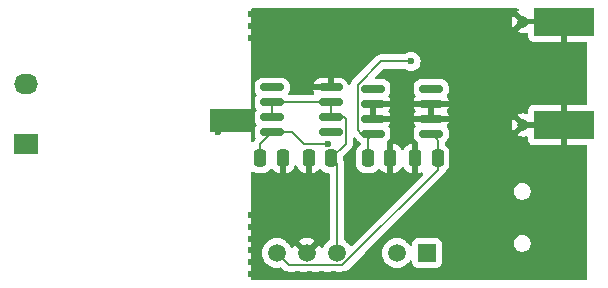
<source format=gbr>
%TF.GenerationSoftware,KiCad,Pcbnew,8.0.6*%
%TF.CreationDate,2025-02-18T13:58:57+01:00*%
%TF.ProjectId,DifferentialProbe,44696666-6572-4656-9e74-69616c50726f,rev?*%
%TF.SameCoordinates,Original*%
%TF.FileFunction,Copper,L2,Bot*%
%TF.FilePolarity,Positive*%
%FSLAX46Y46*%
G04 Gerber Fmt 4.6, Leading zero omitted, Abs format (unit mm)*
G04 Created by KiCad (PCBNEW 8.0.6) date 2025-02-18 13:58:57*
%MOMM*%
%LPD*%
G01*
G04 APERTURE LIST*
G04 Aperture macros list*
%AMRoundRect*
0 Rectangle with rounded corners*
0 $1 Rounding radius*
0 $2 $3 $4 $5 $6 $7 $8 $9 X,Y pos of 4 corners*
0 Add a 4 corners polygon primitive as box body*
4,1,4,$2,$3,$4,$5,$6,$7,$8,$9,$2,$3,0*
0 Add four circle primitives for the rounded corners*
1,1,$1+$1,$2,$3*
1,1,$1+$1,$4,$5*
1,1,$1+$1,$6,$7*
1,1,$1+$1,$8,$9*
0 Add four rect primitives between the rounded corners*
20,1,$1+$1,$2,$3,$4,$5,0*
20,1,$1+$1,$4,$5,$6,$7,0*
20,1,$1+$1,$6,$7,$8,$9,0*
20,1,$1+$1,$8,$9,$2,$3,0*%
G04 Aperture macros list end*
%TA.AperFunction,SMDPad,CuDef*%
%ADD10R,5.080000X2.420000*%
%TD*%
%TA.AperFunction,SMDPad,CuDef*%
%ADD11R,0.950000X0.460000*%
%TD*%
%TA.AperFunction,ComponentPad*%
%ADD12C,0.970000*%
%TD*%
%TA.AperFunction,ComponentPad*%
%ADD13R,2.030000X1.730000*%
%TD*%
%TA.AperFunction,ComponentPad*%
%ADD14O,2.030000X1.730000*%
%TD*%
%TA.AperFunction,ComponentPad*%
%ADD15R,1.500000X1.500000*%
%TD*%
%TA.AperFunction,ComponentPad*%
%ADD16C,1.500000*%
%TD*%
%TA.AperFunction,SMDPad,CuDef*%
%ADD17RoundRect,0.150000X-0.825000X-0.150000X0.825000X-0.150000X0.825000X0.150000X-0.825000X0.150000X0*%
%TD*%
%TA.AperFunction,SMDPad,CuDef*%
%ADD18RoundRect,0.250000X0.250000X0.475000X-0.250000X0.475000X-0.250000X-0.475000X0.250000X-0.475000X0*%
%TD*%
%TA.AperFunction,SMDPad,CuDef*%
%ADD19RoundRect,0.250000X-0.250000X-0.475000X0.250000X-0.475000X0.250000X0.475000X-0.250000X0.475000X0*%
%TD*%
%TA.AperFunction,ViaPad*%
%ADD20C,0.600000*%
%TD*%
%TA.AperFunction,Conductor*%
%ADD21C,0.200000*%
%TD*%
G04 APERTURE END LIST*
D10*
%TO.P,J1,2,Ext*%
%TO.N,GND*%
X140500000Y-91380000D03*
X140500000Y-82620000D03*
D11*
X137510000Y-91380000D03*
X137510000Y-82620000D03*
D12*
X137060000Y-91380000D03*
X137060000Y-82620000D03*
%TD*%
D13*
%TO.P,J2,1,Pin_1*%
%TO.N,Net-(J2-Pin_1)*%
X95000000Y-93000000D03*
D14*
%TO.P,J2,3,Pin_3*%
%TO.N,Net-(J2-Pin_3)*%
X95000000Y-87920000D03*
%TD*%
D15*
%TO.P,U2,1,+Vin*%
%TO.N,Net-(J3-VBUS)*%
X128907500Y-102215000D03*
D16*
%TO.P,U2,2,-Vin*%
%TO.N,GNDD*%
X126367500Y-102215000D03*
%TO.P,U2,4,-Vout*%
%TO.N,Net-(U2--Vout)*%
X121287500Y-102215000D03*
%TO.P,U2,5,Com*%
%TO.N,GND*%
X118747500Y-102215000D03*
%TO.P,U2,6,+Vout*%
%TO.N,Net-(U2-+Vout)*%
X116207500Y-102215000D03*
%TD*%
D17*
%TO.P,U4,1,OUT*%
%TO.N,Net-(U1C-V-)*%
X115800000Y-92010000D03*
%TO.P,U4,2,IN*%
%TO.N,Net-(U2--Vout)*%
X115800000Y-90740000D03*
%TO.P,U4,3,IN*%
X115800000Y-89470000D03*
%TO.P,U4,4,NC*%
%TO.N,unconnected-(U4-NC-Pad4)*%
X115800000Y-88200000D03*
%TO.P,U4,5,GND*%
%TO.N,GND*%
X120750000Y-88200000D03*
%TO.P,U4,6,IN*%
%TO.N,Net-(U2--Vout)*%
X120750000Y-89470000D03*
%TO.P,U4,7,IN*%
X120750000Y-90740000D03*
%TO.P,U4,8,NC*%
%TO.N,unconnected-(U4-NC-Pad8)*%
X120750000Y-92010000D03*
%TD*%
D18*
%TO.P,C6,1*%
%TO.N,GND*%
X116700000Y-94200000D03*
%TO.P,C6,2*%
%TO.N,Net-(U1C-V-)*%
X114800000Y-94200000D03*
%TD*%
%TO.P,C8,1*%
%TO.N,Net-(U2-+Vout)*%
X129800000Y-94200000D03*
%TO.P,C8,2*%
%TO.N,GND*%
X127900000Y-94200000D03*
%TD*%
D19*
%TO.P,C5,1*%
%TO.N,Net-(U1C-V+)*%
X123900000Y-94200000D03*
%TO.P,C5,2*%
%TO.N,GND*%
X125800000Y-94200000D03*
%TD*%
%TO.P,C7,1*%
%TO.N,GND*%
X118900000Y-94200000D03*
%TO.P,C7,2*%
%TO.N,Net-(U2--Vout)*%
X120800000Y-94200000D03*
%TD*%
D17*
%TO.P,U3,1,OUT*%
%TO.N,Net-(U1C-V+)*%
X124325000Y-92105000D03*
%TO.P,U3,2,GND*%
%TO.N,GND*%
X124325000Y-90835000D03*
%TO.P,U3,3,GND*%
X124325000Y-89565000D03*
%TO.P,U3,4,NC*%
%TO.N,unconnected-(U3-NC-Pad4)*%
X124325000Y-88295000D03*
%TO.P,U3,5,NC*%
%TO.N,unconnected-(U3-NC-Pad5)*%
X129275000Y-88295000D03*
%TO.P,U3,6,GND*%
%TO.N,GND*%
X129275000Y-89565000D03*
%TO.P,U3,7,GND*%
X129275000Y-90835000D03*
%TO.P,U3,8,IN*%
%TO.N,Net-(U2-+Vout)*%
X129275000Y-92105000D03*
%TD*%
D20*
%TO.N,GND*%
X115000000Y-82000000D03*
X136000000Y-90000000D03*
X114000000Y-84000000D03*
X132000000Y-97000000D03*
X114000000Y-101000000D03*
X121000000Y-82000000D03*
X122000000Y-82000000D03*
X118000000Y-82000000D03*
X135000000Y-82000000D03*
X132000000Y-82000000D03*
X116000000Y-82000000D03*
X114000000Y-83000000D03*
X129900000Y-84800000D03*
X125000000Y-82000000D03*
X124000000Y-104000000D03*
X136000000Y-86000000D03*
X132000000Y-89000000D03*
X114000000Y-103000000D03*
X127000000Y-82000000D03*
X119000000Y-82000000D03*
X132000000Y-93000000D03*
X114000000Y-99000000D03*
X134000000Y-92000000D03*
X125000000Y-104000000D03*
X125400000Y-84700000D03*
X124000000Y-82000000D03*
X116000000Y-104000000D03*
X132000000Y-86000000D03*
X117000000Y-104000000D03*
X134000000Y-83000000D03*
X132000000Y-87000000D03*
X120000000Y-104000000D03*
X129000000Y-82000000D03*
X115000000Y-104000000D03*
X137000000Y-89000000D03*
X114000000Y-102000000D03*
X119000000Y-104000000D03*
X118000000Y-104000000D03*
X117000000Y-82000000D03*
X132000000Y-88000000D03*
X132000000Y-90000000D03*
X130000000Y-82000000D03*
X117800000Y-97100000D03*
X131000000Y-82000000D03*
X132000000Y-96000000D03*
X134000000Y-82000000D03*
X126000000Y-82000000D03*
X128000000Y-82000000D03*
X122000000Y-104000000D03*
X123000000Y-82000000D03*
X133000000Y-82000000D03*
X119500000Y-97000000D03*
X112000000Y-91000000D03*
X120000000Y-82000000D03*
X114000000Y-104000000D03*
X111200000Y-92000000D03*
X121000000Y-104000000D03*
X137000000Y-85000000D03*
X114000000Y-82000000D03*
X135000000Y-91000000D03*
X114000000Y-100000000D03*
X132000000Y-94000000D03*
X117900000Y-84900000D03*
X132000000Y-95000000D03*
X123000000Y-104000000D03*
%TO.N,Net-(U1C-V+)*%
X127570000Y-86000000D03*
%TO.N,Net-(U1C-V-)*%
X120525771Y-92975000D03*
%TD*%
D21*
%TO.N,GND*%
X124325000Y-90835000D02*
X129275000Y-90835000D01*
X129275000Y-89565000D02*
X129275000Y-90835000D01*
X124325000Y-89565000D02*
X124325000Y-90835000D01*
X129275000Y-89565000D02*
X124325000Y-89565000D01*
%TO.N,Net-(U1C-V+)*%
X123050000Y-91804999D02*
X123350001Y-92105000D01*
X123900000Y-92530000D02*
X124325000Y-92105000D01*
X123050000Y-87954448D02*
X123050000Y-91804999D01*
X127570000Y-86000000D02*
X125004448Y-86000000D01*
X123350001Y-92105000D02*
X124325000Y-92105000D01*
X125004448Y-86000000D02*
X123050000Y-87954448D01*
X123900000Y-94200000D02*
X123900000Y-92530000D01*
%TO.N,Net-(U1C-V-)*%
X118475000Y-92975000D02*
X117500000Y-92000000D01*
X114800000Y-94200000D02*
X114800000Y-93010000D01*
X120525771Y-92975000D02*
X118475000Y-92975000D01*
X117490000Y-92010000D02*
X115800000Y-92010000D01*
X114800000Y-93010000D02*
X115800000Y-92010000D01*
X117500000Y-92000000D02*
X117490000Y-92010000D01*
%TO.N,Net-(U2--Vout)*%
X115800000Y-89470000D02*
X115800000Y-90740000D01*
X122025000Y-90880000D02*
X121885000Y-90740000D01*
X115800000Y-89470000D02*
X120750000Y-89470000D01*
X121885000Y-90740000D02*
X120750000Y-90740000D01*
X120800000Y-94200000D02*
X122025000Y-92975000D01*
X122025000Y-92975000D02*
X122025000Y-90880000D01*
X120750000Y-89470000D02*
X120750000Y-90740000D01*
X121287500Y-102215000D02*
X121287500Y-94687500D01*
X121287500Y-94687500D02*
X120800000Y-94200000D01*
%TO.N,Net-(U2-+Vout)*%
X129800000Y-92630000D02*
X129275000Y-92105000D01*
X116207500Y-102215000D02*
X117257500Y-103265000D01*
X121722425Y-103265000D02*
X129800000Y-95187425D01*
X117257500Y-103265000D02*
X121722425Y-103265000D01*
X129800000Y-94200000D02*
X129800000Y-92630000D01*
X129800000Y-95187425D02*
X129800000Y-94200000D01*
%TD*%
%TA.AperFunction,Conductor*%
%TO.N,GND*%
G36*
X136636905Y-81520185D02*
G01*
X136682660Y-81572989D01*
X136692604Y-81642147D01*
X136663579Y-81705703D01*
X136628319Y-81733858D01*
X136562560Y-81769006D01*
X136562560Y-81769007D01*
X137279999Y-82486446D01*
X137289210Y-82482631D01*
X137299685Y-82446961D01*
X137352489Y-82401206D01*
X137404000Y-82390000D01*
X137430567Y-82390000D01*
X137462004Y-82372834D01*
X137488362Y-82370000D01*
X140626000Y-82370000D01*
X140693039Y-82389685D01*
X140738794Y-82442489D01*
X140750000Y-82494000D01*
X140750000Y-84330000D01*
X142375500Y-84330000D01*
X142442539Y-84349685D01*
X142488294Y-84402489D01*
X142499500Y-84454000D01*
X142499500Y-89546000D01*
X142479815Y-89613039D01*
X142427011Y-89658794D01*
X142375500Y-89670000D01*
X140750000Y-89670000D01*
X140750000Y-93090000D01*
X142375500Y-93090000D01*
X142442539Y-93109685D01*
X142488294Y-93162489D01*
X142499500Y-93214000D01*
X142499500Y-104375500D01*
X142479815Y-104442539D01*
X142427011Y-104488294D01*
X142375500Y-104499500D01*
X114124000Y-104499500D01*
X114056961Y-104479815D01*
X114011206Y-104427011D01*
X114000000Y-104375500D01*
X114000000Y-95439712D01*
X114019685Y-95372673D01*
X114072489Y-95326918D01*
X114141647Y-95316974D01*
X114189094Y-95334172D01*
X114230666Y-95359814D01*
X114397203Y-95414999D01*
X114499991Y-95425500D01*
X115100008Y-95425499D01*
X115100016Y-95425498D01*
X115100019Y-95425498D01*
X115161574Y-95419210D01*
X115202797Y-95414999D01*
X115369334Y-95359814D01*
X115518656Y-95267712D01*
X115642712Y-95143656D01*
X115644752Y-95140347D01*
X115646745Y-95138555D01*
X115647193Y-95137989D01*
X115647289Y-95138065D01*
X115696694Y-95093623D01*
X115765656Y-95082395D01*
X115829740Y-95110234D01*
X115855829Y-95140339D01*
X115857681Y-95143341D01*
X115857683Y-95143344D01*
X115981654Y-95267315D01*
X116130875Y-95359356D01*
X116130880Y-95359358D01*
X116297302Y-95414505D01*
X116297309Y-95414506D01*
X116400019Y-95424999D01*
X116449999Y-95424998D01*
X116450000Y-95424998D01*
X116450000Y-94074000D01*
X116469685Y-94006961D01*
X116522489Y-93961206D01*
X116574000Y-93950000D01*
X116826000Y-93950000D01*
X116893039Y-93969685D01*
X116938794Y-94022489D01*
X116950000Y-94074000D01*
X116950000Y-95424999D01*
X116999972Y-95424999D01*
X116999986Y-95424998D01*
X117102697Y-95414505D01*
X117269119Y-95359358D01*
X117269124Y-95359356D01*
X117418345Y-95267315D01*
X117542315Y-95143345D01*
X117634356Y-94994124D01*
X117634359Y-94994117D01*
X117682293Y-94849461D01*
X117722065Y-94792016D01*
X117786581Y-94765192D01*
X117855357Y-94777507D01*
X117906557Y-94825049D01*
X117917705Y-94849459D01*
X117965642Y-94994121D01*
X117965643Y-94994124D01*
X118057684Y-95143345D01*
X118181654Y-95267315D01*
X118330875Y-95359356D01*
X118330880Y-95359358D01*
X118497302Y-95414505D01*
X118497309Y-95414506D01*
X118600019Y-95424999D01*
X118649999Y-95424998D01*
X118650000Y-95424998D01*
X118650000Y-94074000D01*
X118669685Y-94006961D01*
X118722489Y-93961206D01*
X118774000Y-93950000D01*
X119026000Y-93950000D01*
X119093039Y-93969685D01*
X119138794Y-94022489D01*
X119150000Y-94074000D01*
X119150000Y-95424999D01*
X119199972Y-95424999D01*
X119199986Y-95424998D01*
X119302697Y-95414505D01*
X119469119Y-95359358D01*
X119469124Y-95359356D01*
X119618345Y-95267315D01*
X119742318Y-95143342D01*
X119744165Y-95140348D01*
X119745969Y-95138724D01*
X119746798Y-95137677D01*
X119746976Y-95137818D01*
X119796110Y-95093621D01*
X119865073Y-95082396D01*
X119929156Y-95110236D01*
X119955242Y-95140339D01*
X119957288Y-95143656D01*
X120081344Y-95267712D01*
X120230666Y-95359814D01*
X120397203Y-95414999D01*
X120499991Y-95425500D01*
X120563000Y-95425499D01*
X120630038Y-95445183D01*
X120675794Y-95497986D01*
X120687000Y-95549499D01*
X120687000Y-101044345D01*
X120667315Y-101111384D01*
X120634123Y-101145920D01*
X120480621Y-101253402D01*
X120325902Y-101408121D01*
X120200400Y-101587357D01*
X120200400Y-101587358D01*
X120200398Y-101587361D01*
X120200398Y-101587362D01*
X120196402Y-101595932D01*
X120129605Y-101739176D01*
X120083432Y-101791615D01*
X120016238Y-101810766D01*
X119949357Y-101790550D01*
X119904841Y-101739175D01*
X119834167Y-101587614D01*
X119834166Y-101587612D01*
X119790624Y-101525428D01*
X119790624Y-101525427D01*
X119230462Y-102085589D01*
X119213425Y-102022007D01*
X119147599Y-101907993D01*
X119054507Y-101814901D01*
X118940493Y-101749075D01*
X118876909Y-101732037D01*
X119437071Y-101171874D01*
X119374887Y-101128333D01*
X119176659Y-101035898D01*
X119176650Y-101035894D01*
X118965394Y-100979289D01*
X118965384Y-100979287D01*
X118747501Y-100960225D01*
X118747499Y-100960225D01*
X118529615Y-100979287D01*
X118529605Y-100979289D01*
X118318349Y-101035894D01*
X118318340Y-101035898D01*
X118120113Y-101128333D01*
X118057928Y-101171874D01*
X118618091Y-101732037D01*
X118554507Y-101749075D01*
X118440493Y-101814901D01*
X118347401Y-101907993D01*
X118281575Y-102022007D01*
X118264537Y-102085591D01*
X117704374Y-101525428D01*
X117660833Y-101587613D01*
X117590158Y-101739175D01*
X117543985Y-101791614D01*
X117476792Y-101810766D01*
X117409911Y-101790550D01*
X117365394Y-101739175D01*
X117354121Y-101715000D01*
X117294602Y-101587362D01*
X117294599Y-101587358D01*
X117294599Y-101587357D01*
X117169099Y-101408124D01*
X117091979Y-101331004D01*
X117014377Y-101253402D01*
X116860874Y-101145918D01*
X116835138Y-101127897D01*
X116707105Y-101068195D01*
X116636830Y-101035425D01*
X116636826Y-101035424D01*
X116636822Y-101035422D01*
X116425477Y-100978793D01*
X116207502Y-100959723D01*
X116207498Y-100959723D01*
X116079651Y-100970908D01*
X115989523Y-100978793D01*
X115989520Y-100978793D01*
X115778177Y-101035422D01*
X115778168Y-101035426D01*
X115579861Y-101127898D01*
X115579857Y-101127900D01*
X115400621Y-101253402D01*
X115245902Y-101408121D01*
X115120400Y-101587357D01*
X115120398Y-101587361D01*
X115027926Y-101785668D01*
X115027922Y-101785677D01*
X114971293Y-101997020D01*
X114971293Y-101997024D01*
X114952223Y-102214997D01*
X114952223Y-102215002D01*
X114971293Y-102432975D01*
X114971293Y-102432979D01*
X115027922Y-102644322D01*
X115027924Y-102644326D01*
X115027925Y-102644330D01*
X115044990Y-102680925D01*
X115120397Y-102842638D01*
X115145498Y-102878486D01*
X115245902Y-103021877D01*
X115400623Y-103176598D01*
X115579861Y-103302102D01*
X115778170Y-103394575D01*
X115989523Y-103451207D01*
X116159950Y-103466117D01*
X116207498Y-103470277D01*
X116207500Y-103470277D01*
X116207502Y-103470277D01*
X116235754Y-103467805D01*
X116425477Y-103451207D01*
X116489608Y-103434023D01*
X116559457Y-103435686D01*
X116609382Y-103466117D01*
X116772639Y-103629374D01*
X116772649Y-103629385D01*
X116776979Y-103633715D01*
X116776980Y-103633716D01*
X116888784Y-103745520D01*
X116975595Y-103795639D01*
X116975597Y-103795641D01*
X117025713Y-103824576D01*
X117025715Y-103824577D01*
X117178442Y-103865500D01*
X117178443Y-103865500D01*
X121635756Y-103865500D01*
X121635772Y-103865501D01*
X121643368Y-103865501D01*
X121801479Y-103865501D01*
X121801482Y-103865501D01*
X121954210Y-103824577D01*
X122004329Y-103795639D01*
X122091141Y-103745520D01*
X122202945Y-103633716D01*
X122202945Y-103633714D01*
X122213153Y-103623507D01*
X122213155Y-103623504D01*
X123621662Y-102214997D01*
X125112223Y-102214997D01*
X125112223Y-102215002D01*
X125131293Y-102432975D01*
X125131293Y-102432979D01*
X125187922Y-102644322D01*
X125187924Y-102644326D01*
X125187925Y-102644330D01*
X125204990Y-102680925D01*
X125280397Y-102842638D01*
X125305498Y-102878486D01*
X125405902Y-103021877D01*
X125560623Y-103176598D01*
X125739861Y-103302102D01*
X125938170Y-103394575D01*
X126149523Y-103451207D01*
X126319950Y-103466117D01*
X126367498Y-103470277D01*
X126367500Y-103470277D01*
X126367502Y-103470277D01*
X126395754Y-103467805D01*
X126585477Y-103451207D01*
X126796830Y-103394575D01*
X126995139Y-103302102D01*
X127174377Y-103176598D01*
X127329098Y-103021877D01*
X127431428Y-102875734D01*
X127486002Y-102832112D01*
X127555500Y-102824918D01*
X127617855Y-102856441D01*
X127653269Y-102916670D01*
X127657000Y-102946858D01*
X127657000Y-103012869D01*
X127657001Y-103012876D01*
X127663408Y-103072483D01*
X127713702Y-103207328D01*
X127713706Y-103207335D01*
X127799952Y-103322544D01*
X127799955Y-103322547D01*
X127915164Y-103408793D01*
X127915171Y-103408797D01*
X128050017Y-103459091D01*
X128050016Y-103459091D01*
X128056944Y-103459835D01*
X128109627Y-103465500D01*
X129705372Y-103465499D01*
X129764983Y-103459091D01*
X129899831Y-103408796D01*
X130015046Y-103322546D01*
X130101296Y-103207331D01*
X130151591Y-103072483D01*
X130158000Y-103012873D01*
X130157999Y-101468995D01*
X136274499Y-101468995D01*
X136301418Y-101604322D01*
X136301421Y-101604332D01*
X136354221Y-101731804D01*
X136354228Y-101731817D01*
X136430885Y-101846541D01*
X136430888Y-101846545D01*
X136528454Y-101944111D01*
X136528458Y-101944114D01*
X136643182Y-102020771D01*
X136643195Y-102020778D01*
X136770667Y-102073578D01*
X136770672Y-102073580D01*
X136770676Y-102073580D01*
X136770677Y-102073581D01*
X136906004Y-102100500D01*
X136906007Y-102100500D01*
X137043995Y-102100500D01*
X137135041Y-102082389D01*
X137179328Y-102073580D01*
X137306811Y-102020775D01*
X137421542Y-101944114D01*
X137519114Y-101846542D01*
X137595775Y-101731811D01*
X137648580Y-101604328D01*
X137664274Y-101525428D01*
X137675500Y-101468995D01*
X137675500Y-101331004D01*
X137648581Y-101195677D01*
X137648580Y-101195676D01*
X137648580Y-101195672D01*
X137627972Y-101145920D01*
X137595778Y-101068195D01*
X137595771Y-101068182D01*
X137519114Y-100953458D01*
X137519111Y-100953454D01*
X137421545Y-100855888D01*
X137421541Y-100855885D01*
X137306817Y-100779228D01*
X137306804Y-100779221D01*
X137179332Y-100726421D01*
X137179322Y-100726418D01*
X137043995Y-100699500D01*
X137043993Y-100699500D01*
X136906007Y-100699500D01*
X136906005Y-100699500D01*
X136770677Y-100726418D01*
X136770667Y-100726421D01*
X136643195Y-100779221D01*
X136643182Y-100779228D01*
X136528458Y-100855885D01*
X136528454Y-100855888D01*
X136430888Y-100953454D01*
X136430885Y-100953458D01*
X136354228Y-101068182D01*
X136354221Y-101068195D01*
X136301421Y-101195667D01*
X136301418Y-101195677D01*
X136274500Y-101331004D01*
X136274500Y-101331007D01*
X136274500Y-101468993D01*
X136274500Y-101468995D01*
X136274499Y-101468995D01*
X130157999Y-101468995D01*
X130157999Y-101417128D01*
X130151591Y-101357517D01*
X130141703Y-101331007D01*
X130101297Y-101222671D01*
X130101293Y-101222664D01*
X130015047Y-101107455D01*
X130015044Y-101107452D01*
X129899835Y-101021206D01*
X129899828Y-101021202D01*
X129764982Y-100970908D01*
X129764983Y-100970908D01*
X129705383Y-100964501D01*
X129705381Y-100964500D01*
X129705373Y-100964500D01*
X129705364Y-100964500D01*
X128109629Y-100964500D01*
X128109623Y-100964501D01*
X128050016Y-100970908D01*
X127915171Y-101021202D01*
X127915164Y-101021206D01*
X127799955Y-101107452D01*
X127799952Y-101107455D01*
X127713706Y-101222664D01*
X127713702Y-101222671D01*
X127663408Y-101357517D01*
X127657968Y-101408121D01*
X127657001Y-101417123D01*
X127657000Y-101417135D01*
X127657000Y-101483138D01*
X127637315Y-101550177D01*
X127584511Y-101595932D01*
X127515353Y-101605876D01*
X127451797Y-101576851D01*
X127431425Y-101554261D01*
X127329099Y-101408124D01*
X127251979Y-101331004D01*
X127174377Y-101253402D01*
X127020874Y-101145918D01*
X126995138Y-101127897D01*
X126867105Y-101068195D01*
X126796830Y-101035425D01*
X126796826Y-101035424D01*
X126796822Y-101035422D01*
X126585477Y-100978793D01*
X126367502Y-100959723D01*
X126367498Y-100959723D01*
X126239651Y-100970908D01*
X126149523Y-100978793D01*
X126149520Y-100978793D01*
X125938177Y-101035422D01*
X125938168Y-101035426D01*
X125739861Y-101127898D01*
X125739857Y-101127900D01*
X125560621Y-101253402D01*
X125405902Y-101408121D01*
X125280400Y-101587357D01*
X125280398Y-101587361D01*
X125187926Y-101785668D01*
X125187922Y-101785677D01*
X125131293Y-101997020D01*
X125131293Y-101997024D01*
X125112223Y-102214997D01*
X123621662Y-102214997D01*
X128767664Y-97068995D01*
X136274499Y-97068995D01*
X136301418Y-97204322D01*
X136301421Y-97204332D01*
X136354221Y-97331804D01*
X136354228Y-97331817D01*
X136430885Y-97446541D01*
X136430888Y-97446545D01*
X136528454Y-97544111D01*
X136528458Y-97544114D01*
X136643182Y-97620771D01*
X136643195Y-97620778D01*
X136770667Y-97673578D01*
X136770672Y-97673580D01*
X136770676Y-97673580D01*
X136770677Y-97673581D01*
X136906004Y-97700500D01*
X136906007Y-97700500D01*
X137043995Y-97700500D01*
X137135041Y-97682389D01*
X137179328Y-97673580D01*
X137306811Y-97620775D01*
X137421542Y-97544114D01*
X137519114Y-97446542D01*
X137595775Y-97331811D01*
X137648580Y-97204328D01*
X137675500Y-97068993D01*
X137675500Y-96931007D01*
X137675500Y-96931004D01*
X137648581Y-96795677D01*
X137648580Y-96795676D01*
X137648580Y-96795672D01*
X137648578Y-96795667D01*
X137595778Y-96668195D01*
X137595771Y-96668182D01*
X137519114Y-96553458D01*
X137519111Y-96553454D01*
X137421545Y-96455888D01*
X137421541Y-96455885D01*
X137306817Y-96379228D01*
X137306804Y-96379221D01*
X137179332Y-96326421D01*
X137179322Y-96326418D01*
X137043995Y-96299500D01*
X137043993Y-96299500D01*
X136906007Y-96299500D01*
X136906005Y-96299500D01*
X136770677Y-96326418D01*
X136770667Y-96326421D01*
X136643195Y-96379221D01*
X136643182Y-96379228D01*
X136528458Y-96455885D01*
X136528454Y-96455888D01*
X136430888Y-96553454D01*
X136430885Y-96553458D01*
X136354228Y-96668182D01*
X136354221Y-96668195D01*
X136301421Y-96795667D01*
X136301418Y-96795677D01*
X136274500Y-96931004D01*
X136274500Y-96931007D01*
X136274500Y-97068993D01*
X136274500Y-97068995D01*
X136274499Y-97068995D01*
X128767664Y-97068995D01*
X130158506Y-95678153D01*
X130158511Y-95678149D01*
X130168714Y-95667945D01*
X130168716Y-95667945D01*
X130280520Y-95556141D01*
X130355946Y-95425499D01*
X130359577Y-95419210D01*
X130363961Y-95402845D01*
X130400322Y-95343189D01*
X130418629Y-95329407D01*
X130518656Y-95267712D01*
X130642712Y-95143656D01*
X130734814Y-94994334D01*
X130789999Y-94827797D01*
X130800500Y-94725009D01*
X130800499Y-93674992D01*
X130789999Y-93572203D01*
X130734814Y-93405666D01*
X130642712Y-93256344D01*
X130518656Y-93132288D01*
X130518655Y-93132287D01*
X130459402Y-93095739D01*
X130412678Y-93043791D01*
X130400500Y-92990201D01*
X130400500Y-92903756D01*
X130420185Y-92836717D01*
X130461379Y-92797023D01*
X130501865Y-92773081D01*
X130618081Y-92656865D01*
X130701744Y-92515398D01*
X130747598Y-92357569D01*
X130750500Y-92320694D01*
X130750500Y-92230992D01*
X136562559Y-92230992D01*
X136681230Y-92294423D01*
X136866907Y-92350748D01*
X137060000Y-92369765D01*
X137253095Y-92350747D01*
X137300004Y-92336518D01*
X137369871Y-92335894D01*
X137428984Y-92373141D01*
X137458575Y-92436435D01*
X137460000Y-92455178D01*
X137460000Y-92637844D01*
X137466401Y-92697372D01*
X137466403Y-92697379D01*
X137516645Y-92832086D01*
X137516649Y-92832093D01*
X137602809Y-92947187D01*
X137602812Y-92947190D01*
X137717906Y-93033350D01*
X137717913Y-93033354D01*
X137852620Y-93083596D01*
X137852627Y-93083598D01*
X137912155Y-93089999D01*
X137912172Y-93090000D01*
X140250000Y-93090000D01*
X140250000Y-91630000D01*
X137488362Y-91630000D01*
X137421323Y-91610315D01*
X137420932Y-91610000D01*
X137404000Y-91610000D01*
X137336961Y-91590315D01*
X137291206Y-91537511D01*
X137286587Y-91516281D01*
X137279999Y-91513552D01*
X136562559Y-92230992D01*
X130750500Y-92230992D01*
X130750500Y-91889306D01*
X130747598Y-91852431D01*
X130720386Y-91758769D01*
X130701745Y-91694606D01*
X130701744Y-91694603D01*
X130701744Y-91694602D01*
X130618081Y-91553135D01*
X130618078Y-91553132D01*
X130613298Y-91546969D01*
X130615635Y-91545155D01*
X130588798Y-91496050D01*
X130593756Y-91426356D01*
X130614554Y-91393998D01*
X130612903Y-91392717D01*
X130617686Y-91386550D01*
X130621560Y-91380000D01*
X136070234Y-91380000D01*
X136089251Y-91573092D01*
X136145576Y-91758769D01*
X136209007Y-91877439D01*
X136706447Y-91380000D01*
X136660697Y-91334250D01*
X136830000Y-91334250D01*
X136830000Y-91425750D01*
X136865015Y-91510285D01*
X136929715Y-91574985D01*
X137014250Y-91610000D01*
X137105750Y-91610000D01*
X137190285Y-91574985D01*
X137254985Y-91510285D01*
X137290000Y-91425750D01*
X137290000Y-91334250D01*
X137254985Y-91249715D01*
X137190285Y-91185015D01*
X137105750Y-91150000D01*
X137014250Y-91150000D01*
X136929715Y-91185015D01*
X136865015Y-91249715D01*
X136830000Y-91334250D01*
X136660697Y-91334250D01*
X136209007Y-90882560D01*
X136145576Y-91001230D01*
X136089251Y-91186907D01*
X136070234Y-91380000D01*
X130621560Y-91380000D01*
X130701281Y-91245198D01*
X130747100Y-91087486D01*
X130747295Y-91085001D01*
X130747295Y-91085000D01*
X127802705Y-91085000D01*
X127802704Y-91085001D01*
X127802899Y-91087486D01*
X127848718Y-91245198D01*
X127932314Y-91386552D01*
X127937100Y-91392722D01*
X127934640Y-91394629D01*
X127961210Y-91443288D01*
X127956226Y-91512980D01*
X127935162Y-91545781D01*
X127936699Y-91546974D01*
X127931915Y-91553140D01*
X127848255Y-91694603D01*
X127848254Y-91694606D01*
X127802402Y-91852426D01*
X127802401Y-91852432D01*
X127799500Y-91889298D01*
X127799500Y-92320701D01*
X127802401Y-92357567D01*
X127802402Y-92357573D01*
X127848254Y-92515393D01*
X127848255Y-92515396D01*
X127931917Y-92656862D01*
X127931923Y-92656870D01*
X128048129Y-92773076D01*
X128048135Y-92773081D01*
X128101428Y-92804598D01*
X128149111Y-92855666D01*
X128161615Y-92924408D01*
X128150000Y-92952563D01*
X128150000Y-95424999D01*
X128199972Y-95424999D01*
X128199986Y-95424998D01*
X128302695Y-95414506D01*
X128435677Y-95370439D01*
X128505505Y-95368037D01*
X128565548Y-95403768D01*
X128596741Y-95466288D01*
X128589181Y-95535748D01*
X128562363Y-95575826D01*
X122551672Y-101586516D01*
X122490349Y-101620001D01*
X122420657Y-101615017D01*
X122364724Y-101573145D01*
X122362416Y-101569958D01*
X122249099Y-101408124D01*
X122171979Y-101331004D01*
X122094377Y-101253402D01*
X122050479Y-101222664D01*
X121940876Y-101145918D01*
X121897251Y-101091341D01*
X121888000Y-101044344D01*
X121888000Y-94608445D01*
X121888000Y-94608443D01*
X121847077Y-94455716D01*
X121847077Y-94455715D01*
X121818140Y-94405598D01*
X121818135Y-94405575D01*
X121818130Y-94405578D01*
X121817101Y-94403795D01*
X121800499Y-94341814D01*
X121800499Y-94100098D01*
X121820184Y-94033059D01*
X121836818Y-94012417D01*
X121899235Y-93950000D01*
X122505520Y-93343716D01*
X122584577Y-93206784D01*
X122625501Y-93054057D01*
X122625501Y-92895942D01*
X122625501Y-92888347D01*
X122625500Y-92888329D01*
X122625500Y-92529096D01*
X122645185Y-92462057D01*
X122697989Y-92416302D01*
X122767147Y-92406358D01*
X122830703Y-92435383D01*
X122837181Y-92441415D01*
X122865140Y-92469374D01*
X122865161Y-92469397D01*
X122871683Y-92475919D01*
X122894047Y-92508824D01*
X122894285Y-92508684D01*
X122896517Y-92512459D01*
X122897802Y-92514349D01*
X122898256Y-92515400D01*
X122981916Y-92656861D01*
X122981923Y-92656870D01*
X123098129Y-92773076D01*
X123098140Y-92773085D01*
X123200050Y-92833353D01*
X123237779Y-92855666D01*
X123238620Y-92856163D01*
X123286304Y-92907231D01*
X123299500Y-92962895D01*
X123299500Y-92990201D01*
X123279815Y-93057240D01*
X123240598Y-93095739D01*
X123181344Y-93132287D01*
X123057289Y-93256342D01*
X122965187Y-93405663D01*
X122965185Y-93405668D01*
X122939254Y-93483922D01*
X122910001Y-93572203D01*
X122910001Y-93572204D01*
X122910000Y-93572204D01*
X122899500Y-93674983D01*
X122899500Y-94725001D01*
X122899501Y-94725019D01*
X122910000Y-94827796D01*
X122910001Y-94827799D01*
X122959035Y-94975771D01*
X122965186Y-94994334D01*
X123057288Y-95143656D01*
X123181344Y-95267712D01*
X123330666Y-95359814D01*
X123497203Y-95414999D01*
X123599991Y-95425500D01*
X124200008Y-95425499D01*
X124200016Y-95425498D01*
X124200019Y-95425498D01*
X124261574Y-95419210D01*
X124302797Y-95414999D01*
X124469334Y-95359814D01*
X124618656Y-95267712D01*
X124742712Y-95143656D01*
X124744752Y-95140347D01*
X124746745Y-95138555D01*
X124747193Y-95137989D01*
X124747289Y-95138065D01*
X124796694Y-95093623D01*
X124865656Y-95082395D01*
X124929740Y-95110234D01*
X124955829Y-95140339D01*
X124957681Y-95143341D01*
X124957683Y-95143344D01*
X125081654Y-95267315D01*
X125230875Y-95359356D01*
X125230880Y-95359358D01*
X125397302Y-95414505D01*
X125397309Y-95414506D01*
X125500019Y-95424999D01*
X125549999Y-95424998D01*
X125550000Y-95424998D01*
X125550000Y-92975000D01*
X126050000Y-92975000D01*
X126050000Y-95424999D01*
X126099972Y-95424999D01*
X126099986Y-95424998D01*
X126202697Y-95414505D01*
X126369119Y-95359358D01*
X126369124Y-95359356D01*
X126518345Y-95267315D01*
X126642315Y-95143345D01*
X126734356Y-94994124D01*
X126737408Y-94987579D01*
X126740255Y-94988906D01*
X126771914Y-94943027D01*
X126836387Y-94916102D01*
X126905182Y-94928309D01*
X126956457Y-94975771D01*
X126961997Y-94987856D01*
X126962592Y-94987579D01*
X126965643Y-94994124D01*
X127057684Y-95143345D01*
X127181654Y-95267315D01*
X127330875Y-95359356D01*
X127330880Y-95359358D01*
X127497302Y-95414505D01*
X127497309Y-95414506D01*
X127600019Y-95424999D01*
X127649999Y-95424998D01*
X127650000Y-95424998D01*
X127650000Y-92975000D01*
X127649999Y-92974999D01*
X127600029Y-92975000D01*
X127600011Y-92975001D01*
X127497302Y-92985494D01*
X127330880Y-93040641D01*
X127330875Y-93040643D01*
X127181654Y-93132684D01*
X127057684Y-93256654D01*
X126965643Y-93405875D01*
X126962592Y-93412421D01*
X126959780Y-93411109D01*
X126927901Y-93457121D01*
X126863376Y-93483922D01*
X126794605Y-93471585D01*
X126743421Y-93424024D01*
X126737996Y-93412146D01*
X126737408Y-93412421D01*
X126734356Y-93405875D01*
X126642315Y-93256654D01*
X126518345Y-93132684D01*
X126369124Y-93040643D01*
X126369119Y-93040641D01*
X126202697Y-92985494D01*
X126202690Y-92985493D01*
X126099986Y-92975000D01*
X126050000Y-92975000D01*
X125550000Y-92975000D01*
X125550000Y-92974999D01*
X125536556Y-92961555D01*
X125503071Y-92900232D01*
X125508055Y-92830540D01*
X125548244Y-92775889D01*
X125551858Y-92773084D01*
X125551865Y-92773081D01*
X125668081Y-92656865D01*
X125751744Y-92515398D01*
X125797598Y-92357569D01*
X125800500Y-92320694D01*
X125800500Y-91889306D01*
X125797598Y-91852431D01*
X125770386Y-91758769D01*
X125751745Y-91694606D01*
X125751744Y-91694603D01*
X125751744Y-91694602D01*
X125668081Y-91553135D01*
X125668078Y-91553132D01*
X125663298Y-91546969D01*
X125665635Y-91545155D01*
X125638798Y-91496050D01*
X125643756Y-91426356D01*
X125664554Y-91393998D01*
X125662903Y-91392717D01*
X125667686Y-91386550D01*
X125751281Y-91245198D01*
X125797100Y-91087486D01*
X125797295Y-91085001D01*
X125797295Y-91085000D01*
X124199000Y-91085000D01*
X124131961Y-91065315D01*
X124086206Y-91012511D01*
X124075000Y-90961000D01*
X124075000Y-90585000D01*
X124575000Y-90585000D01*
X125797295Y-90585000D01*
X125797295Y-90584998D01*
X125797100Y-90582513D01*
X125751281Y-90424801D01*
X125667685Y-90283447D01*
X125662900Y-90277278D01*
X125665252Y-90275453D01*
X125638445Y-90226405D01*
X125643402Y-90156712D01*
X125664465Y-90123936D01*
X125662900Y-90122722D01*
X125667685Y-90116552D01*
X125751281Y-89975198D01*
X125797100Y-89817486D01*
X125797295Y-89815001D01*
X127802704Y-89815001D01*
X127802899Y-89817486D01*
X127848718Y-89975198D01*
X127932314Y-90116552D01*
X127937100Y-90122722D01*
X127934753Y-90124542D01*
X127961564Y-90173642D01*
X127956580Y-90243334D01*
X127935541Y-90276069D01*
X127937100Y-90277278D01*
X127932314Y-90283447D01*
X127848718Y-90424801D01*
X127802899Y-90582513D01*
X127802704Y-90584998D01*
X127802705Y-90585000D01*
X129025000Y-90585000D01*
X129525000Y-90585000D01*
X130747295Y-90585000D01*
X130747295Y-90584998D01*
X130747100Y-90582513D01*
X130731555Y-90529007D01*
X136562560Y-90529007D01*
X137279999Y-91246446D01*
X137289210Y-91242631D01*
X137299685Y-91206961D01*
X137352489Y-91161206D01*
X137404000Y-91150000D01*
X137430567Y-91150000D01*
X137462004Y-91132834D01*
X137488362Y-91130000D01*
X140250000Y-91130000D01*
X140250000Y-89670000D01*
X137912155Y-89670000D01*
X137852627Y-89676401D01*
X137852620Y-89676403D01*
X137717913Y-89726645D01*
X137717906Y-89726649D01*
X137602812Y-89812809D01*
X137602809Y-89812812D01*
X137516649Y-89927906D01*
X137516645Y-89927913D01*
X137466403Y-90062620D01*
X137466401Y-90062627D01*
X137460000Y-90122155D01*
X137460000Y-90304821D01*
X137440315Y-90371860D01*
X137387511Y-90417615D01*
X137318353Y-90427559D01*
X137300006Y-90423482D01*
X137253094Y-90409252D01*
X137060000Y-90390234D01*
X136866907Y-90409251D01*
X136681230Y-90465576D01*
X136562560Y-90529007D01*
X130731555Y-90529007D01*
X130701281Y-90424801D01*
X130617685Y-90283447D01*
X130612900Y-90277278D01*
X130615252Y-90275453D01*
X130588445Y-90226405D01*
X130593402Y-90156712D01*
X130614465Y-90123936D01*
X130612900Y-90122722D01*
X130617685Y-90116552D01*
X130701281Y-89975198D01*
X130747100Y-89817486D01*
X130747295Y-89815001D01*
X130747295Y-89815000D01*
X129525000Y-89815000D01*
X129525000Y-90585000D01*
X129025000Y-90585000D01*
X129025000Y-89815000D01*
X127802705Y-89815000D01*
X127802704Y-89815001D01*
X125797295Y-89815001D01*
X125797295Y-89815000D01*
X124575000Y-89815000D01*
X124575000Y-90585000D01*
X124075000Y-90585000D01*
X124075000Y-89439000D01*
X124094685Y-89371961D01*
X124147489Y-89326206D01*
X124199000Y-89315000D01*
X125797295Y-89315000D01*
X125797295Y-89314998D01*
X125797100Y-89312513D01*
X125751281Y-89154801D01*
X125667685Y-89013447D01*
X125662900Y-89007278D01*
X125665366Y-89005364D01*
X125638802Y-88956776D01*
X125643749Y-88887082D01*
X125664856Y-88854232D01*
X125663301Y-88853026D01*
X125668077Y-88846868D01*
X125668081Y-88846865D01*
X125751744Y-88705398D01*
X125797598Y-88547569D01*
X125800500Y-88510694D01*
X125800500Y-88079306D01*
X125800499Y-88079298D01*
X127799500Y-88079298D01*
X127799500Y-88510701D01*
X127802401Y-88547567D01*
X127802402Y-88547573D01*
X127848254Y-88705393D01*
X127848255Y-88705396D01*
X127931917Y-88846862D01*
X127936702Y-88853031D01*
X127934369Y-88854840D01*
X127961210Y-88903995D01*
X127956226Y-88973687D01*
X127935470Y-89006021D01*
X127937097Y-89007283D01*
X127932313Y-89013449D01*
X127848718Y-89154801D01*
X127802899Y-89312513D01*
X127802704Y-89314998D01*
X127802705Y-89315000D01*
X130747295Y-89315000D01*
X130747295Y-89314998D01*
X130747100Y-89312513D01*
X130701281Y-89154801D01*
X130617685Y-89013447D01*
X130612900Y-89007278D01*
X130615366Y-89005364D01*
X130588802Y-88956776D01*
X130593749Y-88887082D01*
X130614856Y-88854232D01*
X130613301Y-88853026D01*
X130618077Y-88846868D01*
X130618081Y-88846865D01*
X130701744Y-88705398D01*
X130747598Y-88547569D01*
X130750500Y-88510694D01*
X130750500Y-88079306D01*
X130747598Y-88042431D01*
X130729488Y-87980098D01*
X130713836Y-87926224D01*
X130701744Y-87884602D01*
X130618081Y-87743135D01*
X130618079Y-87743133D01*
X130618076Y-87743129D01*
X130501870Y-87626923D01*
X130501862Y-87626917D01*
X130360396Y-87543255D01*
X130360393Y-87543254D01*
X130202573Y-87497402D01*
X130202567Y-87497401D01*
X130165701Y-87494500D01*
X130165694Y-87494500D01*
X128384306Y-87494500D01*
X128384298Y-87494500D01*
X128347432Y-87497401D01*
X128347426Y-87497402D01*
X128189606Y-87543254D01*
X128189603Y-87543255D01*
X128048137Y-87626917D01*
X128048129Y-87626923D01*
X127931923Y-87743129D01*
X127931917Y-87743137D01*
X127848255Y-87884603D01*
X127848254Y-87884606D01*
X127802402Y-88042426D01*
X127802401Y-88042432D01*
X127799500Y-88079298D01*
X125800499Y-88079298D01*
X125797598Y-88042431D01*
X125779488Y-87980098D01*
X125763836Y-87926224D01*
X125751744Y-87884602D01*
X125668081Y-87743135D01*
X125668079Y-87743133D01*
X125668076Y-87743129D01*
X125551870Y-87626923D01*
X125551862Y-87626917D01*
X125410396Y-87543255D01*
X125410393Y-87543254D01*
X125252573Y-87497402D01*
X125252567Y-87497401D01*
X125215701Y-87494500D01*
X125215694Y-87494500D01*
X124658545Y-87494500D01*
X124591506Y-87474815D01*
X124545751Y-87422011D01*
X124535807Y-87352853D01*
X124564832Y-87289297D01*
X124570864Y-87282819D01*
X125216864Y-86636819D01*
X125278187Y-86603334D01*
X125304545Y-86600500D01*
X126987588Y-86600500D01*
X127054627Y-86620185D01*
X127064903Y-86627555D01*
X127067736Y-86629814D01*
X127067738Y-86629816D01*
X127220478Y-86725789D01*
X127390745Y-86785368D01*
X127390750Y-86785369D01*
X127569996Y-86805565D01*
X127570000Y-86805565D01*
X127570004Y-86805565D01*
X127749249Y-86785369D01*
X127749252Y-86785368D01*
X127749255Y-86785368D01*
X127919522Y-86725789D01*
X128072262Y-86629816D01*
X128199816Y-86502262D01*
X128295789Y-86349522D01*
X128355368Y-86179255D01*
X128375565Y-86000000D01*
X128355368Y-85820745D01*
X128295789Y-85650478D01*
X128199816Y-85497738D01*
X128072262Y-85370184D01*
X127919523Y-85274211D01*
X127749254Y-85214631D01*
X127749249Y-85214630D01*
X127570004Y-85194435D01*
X127569996Y-85194435D01*
X127390750Y-85214630D01*
X127390745Y-85214631D01*
X127220476Y-85274211D01*
X127067736Y-85370185D01*
X127064903Y-85372445D01*
X127062724Y-85373334D01*
X127061842Y-85373889D01*
X127061744Y-85373734D01*
X127000217Y-85398855D01*
X126987588Y-85399500D01*
X125091117Y-85399500D01*
X125091101Y-85399499D01*
X125083505Y-85399499D01*
X124925391Y-85399499D01*
X124818035Y-85428265D01*
X124772658Y-85440424D01*
X124772657Y-85440425D01*
X124737514Y-85460716D01*
X124737512Y-85460717D01*
X124635738Y-85519475D01*
X124635730Y-85519481D01*
X122569479Y-87585732D01*
X122552765Y-87614682D01*
X122545701Y-87626919D01*
X122490423Y-87722663D01*
X122472433Y-87789801D01*
X122449497Y-87875399D01*
X122449190Y-87877734D01*
X122448383Y-87879557D01*
X122447396Y-87883242D01*
X122446821Y-87883087D01*
X122420921Y-87941629D01*
X122362595Y-87980098D01*
X122292730Y-87980926D01*
X122233508Y-87943851D01*
X122207176Y-87896138D01*
X122176283Y-87789806D01*
X122176282Y-87789803D01*
X122092685Y-87648447D01*
X122092678Y-87648438D01*
X121976561Y-87532321D01*
X121976552Y-87532314D01*
X121835196Y-87448717D01*
X121835193Y-87448716D01*
X121677495Y-87402900D01*
X121677489Y-87402899D01*
X121640649Y-87400000D01*
X121000000Y-87400000D01*
X121000000Y-88326000D01*
X120980315Y-88393039D01*
X120927511Y-88438794D01*
X120876000Y-88450000D01*
X119277705Y-88450000D01*
X119277704Y-88450001D01*
X119277899Y-88452486D01*
X119323718Y-88610198D01*
X119366406Y-88682379D01*
X119383589Y-88750103D01*
X119361429Y-88816365D01*
X119306963Y-88860129D01*
X119259674Y-88869500D01*
X117290907Y-88869500D01*
X117223868Y-88849815D01*
X117178113Y-88797011D01*
X117168169Y-88727853D01*
X117184175Y-88682380D01*
X117205973Y-88645518D01*
X117226744Y-88610398D01*
X117260505Y-88494191D01*
X117272597Y-88452573D01*
X117272598Y-88452567D01*
X117275500Y-88415694D01*
X117275500Y-87984306D01*
X117272800Y-87949998D01*
X119277704Y-87949998D01*
X119277705Y-87950000D01*
X120500000Y-87950000D01*
X120500000Y-87400000D01*
X119859350Y-87400000D01*
X119822510Y-87402899D01*
X119822504Y-87402900D01*
X119664806Y-87448716D01*
X119664803Y-87448717D01*
X119523447Y-87532314D01*
X119523438Y-87532321D01*
X119407321Y-87648438D01*
X119407314Y-87648447D01*
X119323718Y-87789801D01*
X119277899Y-87947513D01*
X119277704Y-87949998D01*
X117272800Y-87949998D01*
X117272598Y-87947431D01*
X117270912Y-87941629D01*
X117226745Y-87789606D01*
X117226744Y-87789603D01*
X117226744Y-87789602D01*
X117143081Y-87648135D01*
X117143079Y-87648133D01*
X117143076Y-87648129D01*
X117026870Y-87531923D01*
X117026862Y-87531917D01*
X116928804Y-87473926D01*
X116885398Y-87448256D01*
X116885397Y-87448255D01*
X116885396Y-87448255D01*
X116885393Y-87448254D01*
X116727573Y-87402402D01*
X116727567Y-87402401D01*
X116690701Y-87399500D01*
X116690694Y-87399500D01*
X114909306Y-87399500D01*
X114909298Y-87399500D01*
X114872432Y-87402401D01*
X114872426Y-87402402D01*
X114714606Y-87448254D01*
X114714603Y-87448255D01*
X114573137Y-87531917D01*
X114573129Y-87531923D01*
X114456923Y-87648129D01*
X114456917Y-87648137D01*
X114373255Y-87789603D01*
X114373254Y-87789606D01*
X114327402Y-87947426D01*
X114327401Y-87947432D01*
X114324500Y-87984298D01*
X114324500Y-88415701D01*
X114327401Y-88452567D01*
X114327402Y-88452573D01*
X114373254Y-88610393D01*
X114373255Y-88610396D01*
X114456917Y-88751862D01*
X114461702Y-88758031D01*
X114459256Y-88759927D01*
X114485857Y-88808642D01*
X114480873Y-88878334D01*
X114460069Y-88910703D01*
X114461702Y-88911969D01*
X114456917Y-88918137D01*
X114373255Y-89059603D01*
X114373254Y-89059606D01*
X114327402Y-89217426D01*
X114327401Y-89217432D01*
X114324500Y-89254298D01*
X114324500Y-89685701D01*
X114327401Y-89722567D01*
X114327402Y-89722573D01*
X114373254Y-89880393D01*
X114373255Y-89880396D01*
X114456917Y-90021862D01*
X114461702Y-90028031D01*
X114459256Y-90029927D01*
X114485857Y-90078642D01*
X114480873Y-90148334D01*
X114460069Y-90180703D01*
X114461702Y-90181969D01*
X114456917Y-90188137D01*
X114373255Y-90329603D01*
X114373254Y-90329606D01*
X114327402Y-90487426D01*
X114327401Y-90487432D01*
X114324500Y-90524298D01*
X114324500Y-90955701D01*
X114327401Y-90992567D01*
X114327402Y-90992573D01*
X114373254Y-91150393D01*
X114373255Y-91150396D01*
X114456917Y-91291862D01*
X114461702Y-91298031D01*
X114459256Y-91299927D01*
X114485857Y-91348642D01*
X114480873Y-91418334D01*
X114460069Y-91450703D01*
X114461702Y-91451969D01*
X114456917Y-91458137D01*
X114373255Y-91599603D01*
X114373254Y-91599606D01*
X114327402Y-91757426D01*
X114327401Y-91757432D01*
X114324500Y-91794298D01*
X114324500Y-92225701D01*
X114327401Y-92262567D01*
X114327402Y-92262573D01*
X114373254Y-92420394D01*
X114373256Y-92420400D01*
X114386396Y-92442618D01*
X114403577Y-92510342D01*
X114381417Y-92576605D01*
X114367345Y-92593418D01*
X114319481Y-92641282D01*
X114319475Y-92641290D01*
X114282405Y-92705499D01*
X114282405Y-92705500D01*
X114267038Y-92732116D01*
X114240422Y-92778215D01*
X114238562Y-92782708D01*
X114194722Y-92837112D01*
X114128428Y-92859178D01*
X114060728Y-92841900D01*
X114013117Y-92790763D01*
X114000000Y-92735257D01*
X114000000Y-92000000D01*
X110624500Y-92000000D01*
X110557461Y-91980315D01*
X110511706Y-91927511D01*
X110500500Y-91876000D01*
X110500500Y-90124000D01*
X110520185Y-90056961D01*
X110572989Y-90011206D01*
X110624500Y-90000000D01*
X114000000Y-90000000D01*
X114000000Y-83470992D01*
X136562559Y-83470992D01*
X136681230Y-83534423D01*
X136866907Y-83590748D01*
X137060000Y-83609765D01*
X137253095Y-83590747D01*
X137300004Y-83576518D01*
X137369871Y-83575894D01*
X137428984Y-83613141D01*
X137458575Y-83676435D01*
X137460000Y-83695178D01*
X137460000Y-83877844D01*
X137466401Y-83937372D01*
X137466403Y-83937379D01*
X137516645Y-84072086D01*
X137516649Y-84072093D01*
X137602809Y-84187187D01*
X137602812Y-84187190D01*
X137717906Y-84273350D01*
X137717913Y-84273354D01*
X137852620Y-84323596D01*
X137852627Y-84323598D01*
X137912155Y-84329999D01*
X137912172Y-84330000D01*
X140250000Y-84330000D01*
X140250000Y-82870000D01*
X137488362Y-82870000D01*
X137421323Y-82850315D01*
X137420932Y-82850000D01*
X137404000Y-82850000D01*
X137336961Y-82830315D01*
X137291206Y-82777511D01*
X137286587Y-82756281D01*
X137279999Y-82753552D01*
X136562559Y-83470992D01*
X114000000Y-83470992D01*
X114000000Y-82620000D01*
X136070234Y-82620000D01*
X136089251Y-82813092D01*
X136145576Y-82998769D01*
X136209007Y-83117439D01*
X136706447Y-82620000D01*
X136660697Y-82574250D01*
X136830000Y-82574250D01*
X136830000Y-82665750D01*
X136865015Y-82750285D01*
X136929715Y-82814985D01*
X137014250Y-82850000D01*
X137105750Y-82850000D01*
X137190285Y-82814985D01*
X137254985Y-82750285D01*
X137290000Y-82665750D01*
X137290000Y-82574250D01*
X137254985Y-82489715D01*
X137190285Y-82425015D01*
X137105750Y-82390000D01*
X137014250Y-82390000D01*
X136929715Y-82425015D01*
X136865015Y-82489715D01*
X136830000Y-82574250D01*
X136660697Y-82574250D01*
X136209007Y-82122560D01*
X136145576Y-82241230D01*
X136089251Y-82426907D01*
X136070234Y-82620000D01*
X114000000Y-82620000D01*
X114000000Y-81624500D01*
X114019685Y-81557461D01*
X114072489Y-81511706D01*
X114124000Y-81500500D01*
X136569866Y-81500500D01*
X136636905Y-81520185D01*
G37*
%TD.AperFunction*%
%TD*%
M02*

</source>
